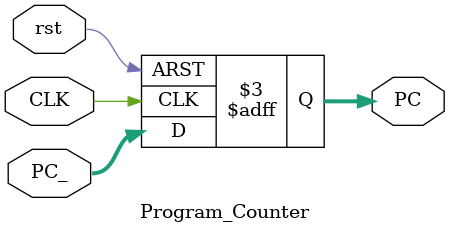
<source format=v>
module Program_Counter (
  
input wire        CLK,
input wire        rst,
input wire [31:0] PC_,

output reg [31:0] PC
);

always @ (posedge CLK or negedge rst)
  begin
  if(!rst)
    PC <= 32'b0;
  else
    PC <= PC_;    
  end

endmodule


</source>
